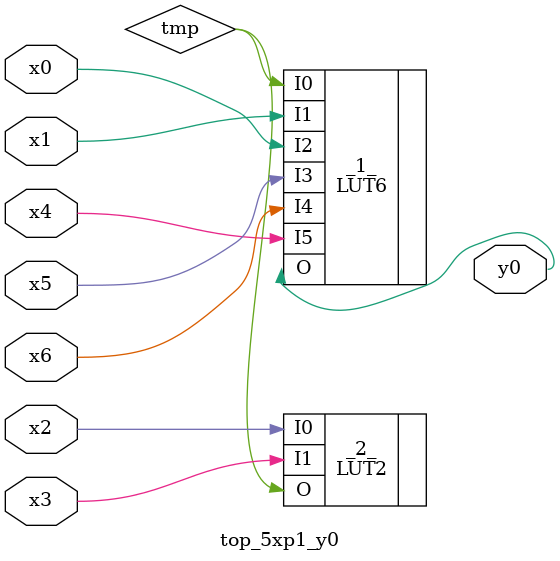
<source format=v>
/* Generated by Yosys 0.33 (git sha1 2584903a060) */
// https://github.com/lsils/SCE-benchmarks/blob/main/MCNC/original/5xp1.v
module top_5xp1_y0 (
    x0,
    x1,
    x2,
    x3,
    x4,
    x5,
    x6,
    y0
);
  input x0;
  wire x0;
  input x1;
  wire x1;
  input x2;
  wire x2;
  input x3;
  wire x3;
  input x4;
  wire x4;
  input x5;
  wire x5;
  input x6;
  wire x6;
  output y0;
  wire y0;
  wire tmp;
  LUT6 #(
      .INIT(64'h00ff07fffe000000)
  ) _1_ (
      .I0(tmp),
      .I1(x1),
      .I2(x0),
      .I3(x5),
      .I4(x6),
      .I5(x4),
      .O (y0)
  );
  LUT2 #(
      .INIT(4'h8)
  ) _2_ (
      .I0(x2),
      .I1(x3),
      .O (tmp)
  );
  // CHECK: (LUT 71784915120685056 x4 x6 x5 x0 x1 (LUT 8 x3 x2))
endmodule

</source>
